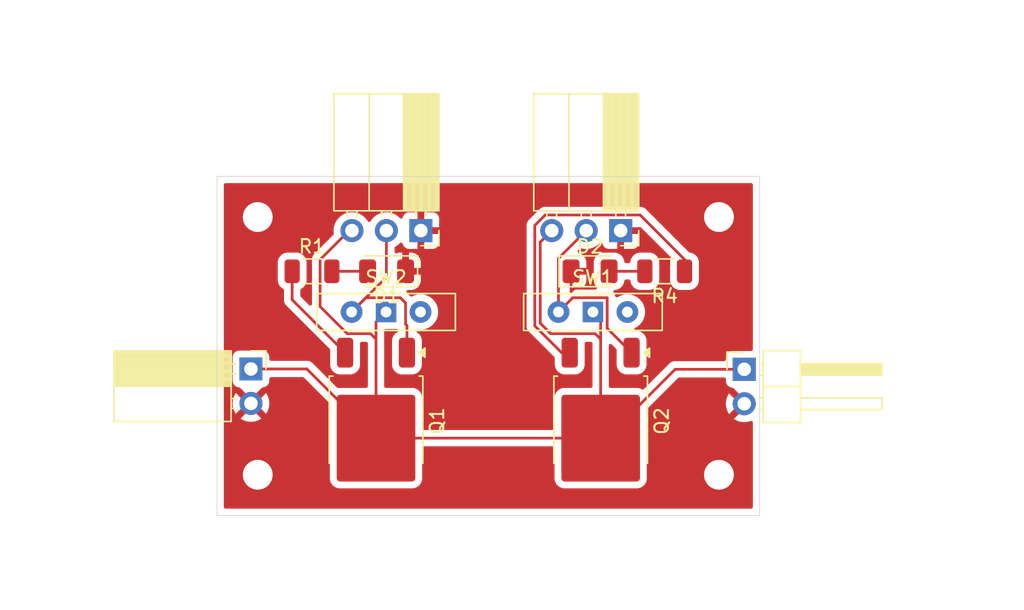
<source format=kicad_pcb>
(kicad_pcb (version 20241229) (generator "pcbnew") (generator_version "9.0")
  (layers (0 "F.Cu" signal) (2 "B.Cu" signal) (13 "F.Paste" user) (15 "B.Paste" user) (5 "F.SilkS" user "F.Silkscreen") (7 "B.SilkS" user "B.Silkscreen") (1 "F.Mask" user) (3 "B.Mask" user) (25 "Edge.Cuts" user))
  (net 0 "")
  (net 1 "GND")
  (net 2 "Net-(D1-A)")
  (net 3 "Net-(D2-A)")
  (net 4 "Net-(J1-Pin_2)")
  (net 5 "+5V")
  (net 6 "Net-(J3-Pin_2)")
  (net 7 "Net-(Q1-S)")
  (net 8 "Net-(Q2-S)")
  (footprint "Button_Switch_THT:SW_Slide-03_Wuerth-WS-SLTV_10x2.5x6.4_P2.54mm" (layer "F.Cu") (at 12.46 10)
    (property "Reference" "SW2" (at 0 -2.54 0) (layer "F.SilkS"))
    (property "Value" "SW_SPST")
    (fp_rect (start -5.11 -1.36) (end 5.11 1.36) (stroke (width 0.12)) (fill no) (layer "F.SilkS"))
    (pad "1" thru_hole rect (at 0 0) (size 1.5 1.5) (drill 0.8) (layers "*.Cu" "*.Mask") (net 5 "+5V"))
    (pad "2" thru_hole circle (at -2.54 0) (size 1.6 1.6) (drill 0.8) (layers "*.Cu" "*.Mask") (net 4 "Net-(J1-Pin_2)"))
    (pad "3" thru_hole circle (at 2.54 0) (size 1.6 1.6) (drill 0.8) (layers "*.Cu" "*.Mask"))
  )
  (footprint "Resistor_SMD:R_1206_3216Metric" (layer "F.Cu") (at 7 7)
    (property "Reference" "R1" (at 0 -1.83 0) (layer "F.SilkS"))
    (property "Value" "R")
    (fp_line (start -0.727064 -0.91) (end 0.727064 -0.91) (stroke (width 0.12)) (layer "F.SilkS"))
    (fp_line (start -0.727064 0.91) (end 0.727064 0.91) (stroke (width 0.12)) (layer "F.SilkS"))
    (pad "1" smd roundrect (at -1.4625 0) (size 1.125 1.75) (layers "F.Cu" "F.Mask" "F.Paste") (roundrect_rratio 0.222222) (net 7 "Net-(Q1-S)"))
    (pad "2" smd roundrect (at 1.4625 0) (size 1.125 1.75) (layers "F.Cu" "F.Mask" "F.Paste") (roundrect_rratio 0.222222) (net 2 "Net-(D1-A)"))
  )
  (footprint "Connector_PinHeader_2.54mm:PinHeader_1x02_P2.54mm_Horizontal" (layer "F.Cu") (at 38.865 14.225)
    (property "Reference" "J4" (hide yes))
    (property "Value" "Conn_01x02")
    (fp_line (start -1.27 -1.27) (end 0 -1.27) (stroke (width 0.12)) (layer "F.SilkS"))
    (fp_line (start -1.27 0) (end -1.27 -1.27) (stroke (width 0.12)) (layer "F.SilkS"))
    (fp_line (start 1.077358 2.11) (end 1.39 2.11) (stroke (width 0.12)) (layer "F.SilkS"))
    (fp_line (start 1.077358 2.97) (end 1.39 2.97) (stroke (width 0.12)) (layer "F.SilkS"))
    (fp_line (start 1.16 -0.43) (end 1.39 -0.43) (stroke (width 0.12)) (layer "F.SilkS"))
    (fp_line (start 1.16 0.43) (end 1.39 0.43) (stroke (width 0.12)) (layer "F.SilkS"))
    (fp_line (start 1.39 -1.38) (end 1.39 3.92) (stroke (width 0.12)) (layer "F.SilkS"))
    (fp_line (start 1.39 1.27) (end 4.15 1.27) (stroke (width 0.12)) (layer "F.SilkS"))
    (fp_line (start 1.39 3.92) (end 4.15 3.92) (stroke (width 0.12)) (layer "F.SilkS"))
    (fp_line (start 4.15 -1.38) (end 1.39 -1.38) (stroke (width 0.12)) (layer "F.SilkS"))
    (fp_line (start 4.15 2.11) (end 10.15 2.11) (stroke (width 0.12)) (layer "F.SilkS"))
    (fp_line (start 4.15 3.92) (end 4.15 -1.38) (stroke (width 0.12)) (layer "F.SilkS"))
    (fp_line (start 10.15 2.11) (end 10.15 2.97) (stroke (width 0.12)) (layer "F.SilkS"))
    (fp_line (start 10.15 2.97) (end 4.15 2.97) (stroke (width 0.12)) (layer "F.SilkS"))
    (fp_rect (start 4.15 -0.43) (end 10.15 0.43) (stroke (width 0.12)) (fill yes) (layer "F.SilkS"))
    (pad "1" thru_hole rect (at 0 0) (size 1.7 1.7) (drill 1) (layers "*.Cu" "*.Mask") (net 5 "+5V"))
    (pad "2" thru_hole circle (at 0 2.54) (size 1.7 1.7) (drill 1) (layers "*.Cu" "*.Mask") (net 1 "GND"))
  )
  (footprint "LED_SMD:LED_1206_3216Metric" (layer "F.Cu") (at 12.5 7 180)
    (property "Reference" "D1" (at 0 -1.83 0) (layer "F.SilkS"))
    (property "Value" "LED")
    (fp_line (start 1.6 -1.135) (end -2.285 -1.135) (stroke (width 0.12)) (layer "F.SilkS"))
    (fp_line (start -2.285 1.135) (end 1.6 1.135) (stroke (width 0.12)) (layer "F.SilkS"))
    (fp_line (start -2.285 -1.135) (end -2.285 1.135) (stroke (width 0.12)) (layer "F.SilkS"))
    (pad "1" smd roundrect (at -1.4 0 180) (size 1.25 1.75) (layers "F.Cu" "F.Mask" "F.Paste") (roundrect_rratio 0.2) (net 1 "GND"))
    (pad "2" smd roundrect (at 1.4 0 180) (size 1.25 1.75) (layers "F.Cu" "F.Mask" "F.Paste") (roundrect_rratio 0.2) (net 2 "Net-(D1-A)"))
  )
  (footprint "Connector_PinSocket_2.54mm:PinSocket_1x03_P2.54mm_Horizontal" (layer "F.Cu") (at 29.755 4 -90)
    (property "Reference" "J3" (hide yes))
    (property "Value" "Conn_01x03")
    (fp_line (start -10.09 6.41) (end -1.46 6.41) (stroke (width 0.12)) (layer "F.SilkS"))
    (fp_line (start -1.46 5.44) (end -1.05 5.44) (stroke (width 0.12)) (layer "F.SilkS"))
    (fp_line (start -1.46 4.72) (end -1.05 4.72) (stroke (width 0.12)) (layer "F.SilkS"))
    (fp_line (start -10.09 3.81) (end -1.46 3.81) (stroke (width 0.12)) (layer "F.SilkS"))
    (fp_line (start -1.46 2.9) (end -1.05 2.9) (stroke (width 0.12)) (layer "F.SilkS"))
    (fp_line (start -1.46 2.18) (end -1.05 2.18) (stroke (width 0.12)) (layer "F.SilkS"))
    (fp_line (start -10.09 1.27) (end -1.46 1.27) (stroke (width 0.12)) (layer "F.SilkS"))
    (fp_line (start -10.09 1.1519) (end -1.46 1.1519) (stroke (width 0.12)) (layer "F.SilkS"))
    (fp_line (start -10.09 1.033805) (end -1.46 1.033805) (stroke (width 0.12)) (layer "F.SilkS"))
    (fp_line (start -10.09 0.91571) (end -1.46 0.91571) (stroke (width 0.12)) (layer "F.SilkS"))
    (fp_line (start -10.09 0.797615) (end -1.46 0.797615) (stroke (width 0.12)) (layer "F.SilkS"))
    (fp_line (start -10.09 0.67952) (end -1.46 0.67952) (stroke (width 0.12)) (layer "F.SilkS"))
    (fp_line (start -10.09 0.561425) (end -1.46 0.561425) (stroke (width 0.12)) (layer "F.SilkS"))
    (fp_line (start -10.09 0.44333) (end -1.46 0.44333) (stroke (width 0.12)) (layer "F.SilkS"))
    (fp_line (start -1.46 0.36) (end -1.11 0.36) (stroke (width 0.12)) (layer "F.SilkS"))
    (fp_line (start -10.09 0.325235) (end -1.46 0.325235) (stroke (width 0.12)) (layer "F.SilkS"))
    (fp_line (start -10.09 0.20714) (end -1.46 0.20714) (stroke (width 0.12)) (layer "F.SilkS"))
    (fp_line (start -10.09 0.089045) (end -1.46 0.089045) (stroke (width 0.12)) (layer "F.SilkS"))
    (fp_line (start -10.09 -0.02905) (end -1.46 -0.02905) (stroke (width 0.12)) (layer "F.SilkS"))
    (fp_line (start -10.09 -0.147145) (end -1.46 -0.147145) (stroke (width 0.12)) (layer "F.SilkS"))
    (fp_line (start -10.09 -0.26524) (end -1.46 -0.26524) (stroke (width 0.12)) (layer "F.SilkS"))
    (fp_line (start -1.46 -0.36) (end -1.11 -0.36) (stroke (width 0.12)) (layer "F.SilkS"))
    (fp_line (start -10.09 -0.383335) (end -1.46 -0.383335) (stroke (width 0.12)) (layer "F.SilkS"))
    (fp_line (start -10.09 -0.50143) (end -1.46 -0.50143) (stroke (width 0.12)) (layer "F.SilkS"))
    (fp_line (start -10.09 -0.619525) (end -1.46 -0.619525) (stroke (width 0.12)) (layer "F.SilkS"))
    (fp_line (start -10.09 -0.73762) (end -1.46 -0.73762) (stroke (width 0.12)) (layer "F.SilkS"))
    (fp_line (start -10.09 -0.855715) (end -1.46 -0.855715) (stroke (width 0.12)) (layer "F.SilkS"))
    (fp_line (start -10.09 -0.97381) (end -1.46 -0.97381) (stroke (width 0.12)) (layer "F.SilkS"))
    (fp_line (start -10.09 -1.091905) (end -1.46 -1.091905) (stroke (width 0.12)) (layer "F.SilkS"))
    (fp_line (start -10.09 -1.21) (end -1.46 -1.21) (stroke (width 0.12)) (layer "F.SilkS"))
    (fp_line (start -10.09 -1.33) (end -10.09 6.41) (stroke (width 0.12)) (layer "F.SilkS"))
    (fp_line (start -10.09 -1.33) (end -1.46 -1.33) (stroke (width 0.12)) (layer "F.SilkS"))
    (fp_line (start -1.46 -1.33) (end -1.46 6.41) (stroke (width 0.12)) (layer "F.SilkS"))
    (fp_line (start 0 -1.33) (end 1.11 -1.33) (stroke (width 0.12)) (layer "F.SilkS"))
    (fp_line (start 1.11 -1.33) (end 1.11 0) (stroke (width 0.12)) (layer "F.SilkS"))
    (pad "1" thru_hole rect (at 0 0 270) (size 1.7 1.7) (drill 1) (layers "*.Cu" "*.Mask") (net 1 "GND"))
    (pad "2" thru_hole circle (at 0 2.54 270) (size 1.7 1.7) (drill 1) (layers "*.Cu" "*.Mask") (net 6 "Net-(J3-Pin_2)"))
    (pad "3" thru_hole circle (at 0 5.08 270) (size 1.7 1.7) (drill 1) (layers "*.Cu" "*.Mask") (net 5 "+5V"))
  )
  (footprint "Package_TO_SOT_SMD:TO-252-2" (layer "F.Cu") (at 28.28 18.04 -90)
    (property "Reference" "Q2" (at 0 -4.5 90) (layer "F.SilkS"))
    (property "Value" "QM6006D")
    (fp_line (start -3.31 3.45) (end -3.31 3.18) (stroke (width 0.12)) (layer "F.SilkS"))
    (fp_line (start 3.11 3.45) (end -3.31 3.45) (stroke (width 0.12)) (layer "F.SilkS"))
    (fp_line (start -3.31 -3.45) (end -3.31 -3.18) (stroke (width 0.12)) (layer "F.SilkS"))
    (fp_line (start 3.11 -3.45) (end -3.31 -3.45) (stroke (width 0.12)) (layer "F.SilkS"))
    (fp_poly (pts (xy -5.04 -3.14) (xy -5.38 -3.61) (xy -4.7 -3.61)) (stroke (width 0.12)) (fill yes) (layer "F.SilkS"))
    (pad "1" smd roundrect (at -5.04 -2.28 270) (size 2.2 1.2) (layers "F.Cu" "F.Mask" "F.Paste") (roundrect_rratio 0.208333) (net 6 "Net-(J3-Pin_2)"))
    (pad "2" smd roundrect (at 1.26 0 270) (size 6.4 5.8) (layers "F.Cu" "F.Mask") (roundrect_rratio 0.043103) (net 5 "+5V"))
    (pad "3" smd roundrect (at -5.04 2.28 270) (size 2.2 1.2) (layers "F.Cu" "F.Mask" "F.Paste") (roundrect_rratio 0.208333) (net 8 "Net-(Q2-S)"))
  )
  (footprint "MountingHole:MountingHole_2.2mm_M2" (layer "F.Cu") (at 3 3)
    (property "Reference" "REF**" (hide yes))
    (property "Value" "MountingHole_2.2mm_M2")
    (pad "" np_thru_hole circle (at 0 0) (size 2.2 2.2) (drill 2.2) (layers "*.Cu" "*.Mask"))
  )
  (footprint "Package_TO_SOT_SMD:TO-252-2" (layer "F.Cu") (at 11.72 18.04 -90)
    (property "Reference" "Q1" (at 0 -4.5 90) (layer "F.SilkS"))
    (property "Value" "QM6006D")
    (fp_line (start -3.31 3.45) (end -3.31 3.18) (stroke (width 0.12)) (layer "F.SilkS"))
    (fp_line (start 3.11 3.45) (end -3.31 3.45) (stroke (width 0.12)) (layer "F.SilkS"))
    (fp_line (start -3.31 -3.45) (end -3.31 -3.18) (stroke (width 0.12)) (layer "F.SilkS"))
    (fp_line (start 3.11 -3.45) (end -3.31 -3.45) (stroke (width 0.12)) (layer "F.SilkS"))
    (fp_poly (pts (xy -5.04 -3.14) (xy -5.38 -3.61) (xy -4.7 -3.61)) (stroke (width 0.12)) (fill yes) (layer "F.SilkS"))
    (pad "1" smd roundrect (at -5.04 -2.28 270) (size 2.2 1.2) (layers "F.Cu" "F.Mask" "F.Paste") (roundrect_rratio 0.208333) (net 4 "Net-(J1-Pin_2)"))
    (pad "2" smd roundrect (at 1.26 0 270) (size 6.4 5.8) (layers "F.Cu" "F.Mask") (roundrect_rratio 0.043103) (net 5 "+5V"))
    (pad "3" smd roundrect (at -5.04 2.28 270) (size 2.2 1.2) (layers "F.Cu" "F.Mask" "F.Paste") (roundrect_rratio 0.208333) (net 7 "Net-(Q1-S)"))
  )
  (footprint "MountingHole:MountingHole_2.2mm_M2" (layer "F.Cu") (at 37 22)
    (property "Reference" "REF**" (hide yes))
    (property "Value" "MountingHole_2.2mm_M2")
    (pad "" np_thru_hole circle (at 0 0) (size 2.2 2.2) (drill 2.2) (layers "*.Cu" "*.Mask"))
  )
  (footprint "LED_SMD:LED_1206_3216Metric" (layer "F.Cu") (at 27.5 7)
    (property "Reference" "D2" (at 0 -1.83 0) (layer "F.SilkS"))
    (property "Value" "LED")
    (fp_line (start -2.285 -1.135) (end -2.285 1.135) (stroke (width 0.12)) (layer "F.SilkS"))
    (fp_line (start -2.285 1.135) (end 1.6 1.135) (stroke (width 0.12)) (layer "F.SilkS"))
    (fp_line (start 1.6 -1.135) (end -2.285 -1.135) (stroke (width 0.12)) (layer "F.SilkS"))
    (pad "1" smd roundrect (at -1.4 0) (size 1.25 1.75) (layers "F.Cu" "F.Mask" "F.Paste") (roundrect_rratio 0.2) (net 1 "GND"))
    (pad "2" smd roundrect (at 1.4 0) (size 1.25 1.75) (layers "F.Cu" "F.Mask" "F.Paste") (roundrect_rratio 0.2) (net 3 "Net-(D2-A)"))
  )
  (footprint "Connector_PinSocket_2.54mm:PinSocket_1x02_P2.54mm_Horizontal" (layer "F.Cu") (at 2.5 14.2)
    (property "Reference" "J2" (hide yes))
    (property "Value" "Conn_01x02")
    (fp_line (start -10.09 -1.33) (end -10.09 3.87) (stroke (width 0.12)) (layer "F.SilkS"))
    (fp_line (start -10.09 -1.33) (end -1.46 -1.33) (stroke (width 0.12)) (layer "F.SilkS"))
    (fp_line (start -10.09 -1.21) (end -1.46 -1.21) (stroke (width 0.12)) (layer "F.SilkS"))
    (fp_line (start -10.09 -1.091905) (end -1.46 -1.091905) (stroke (width 0.12)) (layer "F.SilkS"))
    (fp_line (start -10.09 -0.97381) (end -1.46 -0.97381) (stroke (width 0.12)) (layer "F.SilkS"))
    (fp_line (start -10.09 -0.855715) (end -1.46 -0.855715) (stroke (width 0.12)) (layer "F.SilkS"))
    (fp_line (start -10.09 -0.73762) (end -1.46 -0.73762) (stroke (width 0.12)) (layer "F.SilkS"))
    (fp_line (start -10.09 -0.619525) (end -1.46 -0.619525) (stroke (width 0.12)) (layer "F.SilkS"))
    (fp_line (start -10.09 -0.50143) (end -1.46 -0.50143) (stroke (width 0.12)) (layer "F.SilkS"))
    (fp_line (start -10.09 -0.383335) (end -1.46 -0.383335) (stroke (width 0.12)) (layer "F.SilkS"))
    (fp_line (start -10.09 -0.26524) (end -1.46 -0.26524) (stroke (width 0.12)) (layer "F.SilkS"))
    (fp_line (start -10.09 -0.147145) (end -1.46 -0.147145) (stroke (width 0.12)) (layer "F.SilkS"))
    (fp_line (start -10.09 -0.02905) (end -1.46 -0.02905) (stroke (width 0.12)) (layer "F.SilkS"))
    (fp_line (start -10.09 0.089045) (end -1.46 0.089045) (stroke (width 0.12)) (layer "F.SilkS"))
    (fp_line (start -10.09 0.20714) (end -1.46 0.20714) (stroke (width 0.12)) (layer "F.SilkS"))
    (fp_line (start -10.09 0.325235) (end -1.46 0.325235) (stroke (width 0.12)) (layer "F.SilkS"))
    (fp_line (start -10.09 0.44333) (end -1.46 0.44333) (stroke (width 0.12)) (layer "F.SilkS"))
    (fp_line (start -10.09 0.561425) (end -1.46 0.561425) (stroke (width 0.12)) (layer "F.SilkS"))
    (fp_line (start -10.09 0.67952) (end -1.46 0.67952) (stroke (width 0.12)) (layer "F.SilkS"))
    (fp_line (start -10.09 0.797615) (end -1.46 0.797615) (stroke (width 0.12)) (layer "F.SilkS"))
    (fp_line (start -10.09 0.91571) (end -1.46 0.91571) (stroke (width 0.12)) (layer "F.SilkS"))
    (fp_line (start -10.09 1.033805) (end -1.46 1.033805) (stroke (width 0.12)) (layer "F.SilkS"))
    (fp_line (start -10.09 1.1519) (end -1.46 1.1519) (stroke (width 0.12)) (layer "F.SilkS"))
    (fp_line (start -10.09 1.27) (end -1.46 1.27) (stroke (width 0.12)) (layer "F.SilkS"))
    (fp_line (start -10.09 3.87) (end -1.46 3.87) (stroke (width 0.12)) (layer "F.SilkS"))
    (fp_line (start -1.46 -1.33) (end -1.46 3.87) (stroke (width 0.12)) (layer "F.SilkS"))
    (fp_line (start -1.46 -0.36) (end -1.11 -0.36) (stroke (width 0.12)) (layer "F.SilkS"))
    (fp_line (start -1.46 0.36) (end -1.11 0.36) (stroke (width 0.12)) (layer "F.SilkS"))
    (fp_line (start -1.46 2.18) (end -1.05 2.18) (stroke (width 0.12)) (layer "F.SilkS"))
    (fp_line (start -1.46 2.9) (end -1.05 2.9) (stroke (width 0.12)) (layer "F.SilkS"))
    (fp_line (start 0 -1.33) (end 1.11 -1.33) (stroke (width 0.12)) (layer "F.SilkS"))
    (fp_line (start 1.11 -1.33) (end 1.11 0) (stroke (width 0.12)) (layer "F.SilkS"))
    (pad "1" thru_hole rect (at 0 0) (size 1.7 1.7) (drill 1) (layers "*.Cu" "*.Mask") (net 5 "+5V"))
    (pad "2" thru_hole circle (at 0 2.54) (size 1.7 1.7) (drill 1) (layers "*.Cu" "*.Mask") (net 1 "GND"))
  )
  (footprint "Resistor_SMD:R_1206_3216Metric" (layer "F.Cu") (at 33 7 180)
    (property "Reference" "R4" (at 0 -1.83 0) (layer "F.SilkS"))
    (property "Value" "R")
    (fp_line (start -0.727064 0.91) (end 0.727064 0.91) (stroke (width 0.12)) (layer "F.SilkS"))
    (fp_line (start -0.727064 -0.91) (end 0.727064 -0.91) (stroke (width 0.12)) (layer "F.SilkS"))
    (pad "1" smd roundrect (at -1.4625 0 180) (size 1.125 1.75) (layers "F.Cu" "F.Mask" "F.Paste") (roundrect_rratio 0.222222) (net 8 "Net-(Q2-S)"))
    (pad "2" smd roundrect (at 1.4625 0 180) (size 1.125 1.75) (layers "F.Cu" "F.Mask" "F.Paste") (roundrect_rratio 0.222222) (net 3 "Net-(D2-A)"))
  )
  (footprint "MountingHole:MountingHole_2.2mm_M2" (layer "F.Cu") (at 3 22)
    (property "Reference" "REF**" (hide yes))
    (property "Value" "MountingHole_2.2mm_M2")
    (pad "" np_thru_hole circle (at 0 0) (size 2.2 2.2) (drill 2.2) (layers "*.Cu" "*.Mask"))
  )
  (footprint "Button_Switch_THT:SW_Slide-03_Wuerth-WS-SLTV_10x2.5x6.4_P2.54mm" (layer "F.Cu") (at 27.71 10)
    (property "Reference" "SW1" (at 0 -2.54 0) (layer "F.SilkS"))
    (property "Value" "SW_SPST")
    (fp_rect (start -5.11 -1.36) (end 5.11 1.36) (stroke (width 0.12)) (fill no) (layer "F.SilkS"))
    (pad "1" thru_hole rect (at 0 0) (size 1.5 1.5) (drill 0.8) (layers "*.Cu" "*.Mask") (net 5 "+5V"))
    (pad "2" thru_hole circle (at -2.54 0) (size 1.6 1.6) (drill 0.8) (layers "*.Cu" "*.Mask") (net 6 "Net-(J3-Pin_2)"))
    (pad "3" thru_hole circle (at 2.54 0) (size 1.6 1.6) (drill 0.8) (layers "*.Cu" "*.Mask"))
  )
  (footprint "MountingHole:MountingHole_2.2mm_M2" (layer "F.Cu") (at 37 3)
    (property "Reference" "REF**" (hide yes))
    (property "Value" "MountingHole_2.2mm_M2")
    (pad "" np_thru_hole circle (at 0 0) (size 2.2 2.2) (drill 2.2) (layers "*.Cu" "*.Mask"))
  )
  (footprint "Connector_PinSocket_2.54mm:PinSocket_1x03_P2.54mm_Horizontal" (layer "F.Cu") (at 15.025 4 -90)
    (property "Reference" "J1" (hide yes))
    (property "Value" "Conn_01x03")
    (fp_line (start -10.09 6.41) (end -1.46 6.41) (stroke (width 0.12)) (layer "F.SilkS"))
    (fp_line (start -1.46 5.44) (end -1.05 5.44) (stroke (width 0.12)) (layer "F.SilkS"))
    (fp_line (start -1.46 4.72) (end -1.05 4.72) (stroke (width 0.12)) (layer "F.SilkS"))
    (fp_line (start -10.09 3.81) (end -1.46 3.81) (stroke (width 0.12)) (layer "F.SilkS"))
    (fp_line (start -1.46 2.9) (end -1.05 2.9) (stroke (width 0.12)) (layer "F.SilkS"))
    (fp_line (start -1.46 2.18) (end -1.05 2.18) (stroke (width 0.12)) (layer "F.SilkS"))
    (fp_line (start -10.09 1.27) (end -1.46 1.27) (stroke (width 0.12)) (layer "F.SilkS"))
    (fp_line (start -10.09 1.1519) (end -1.46 1.1519) (stroke (width 0.12)) (layer "F.SilkS"))
    (fp_line (start -10.09 1.033805) (end -1.46 1.033805) (stroke (width 0.12)) (layer "F.SilkS"))
    (fp_line (start -10.09 0.91571) (end -1.46 0.91571) (stroke (width 0.12)) (layer "F.SilkS"))
    (fp_line (start -10.09 0.797615) (end -1.46 0.797615) (stroke (width 0.12)) (layer "F.SilkS"))
    (fp_line (start -10.09 0.67952) (end -1.46 0.67952) (stroke (width 0.12)) (layer "F.SilkS"))
    (fp_line (start -10.09 0.561425) (end -1.46 0.561425) (stroke (width 0.12)) (layer "F.SilkS"))
    (fp_line (start -10.09 0.44333) (end -1.46 0.44333) (stroke (width 0.12)) (layer "F.SilkS"))
    (fp_line (start -1.46 0.36) (end -1.11 0.36) (stroke (width 0.12)) (layer "F.SilkS"))
    (fp_line (start -10.09 0.325235) (end -1.46 0.325235) (stroke (width 0.12)) (layer "F.SilkS"))
    (fp_line (start -10.09 0.20714) (end -1.46 0.20714) (stroke (width 0.12)) (layer "F.SilkS"))
    (fp_line (start -10.09 0.089045) (end -1.46 0.089045) (stroke (width 0.12)) (layer "F.SilkS"))
    (fp_line (start -10.09 -0.02905) (end -1.46 -0.02905) (stroke (width 0.12)) (layer "F.SilkS"))
    (fp_line (start -10.09 -0.147145) (end -1.46 -0.147145) (stroke (width 0.12)) (layer "F.SilkS"))
    (fp_line (start -10.09 -0.26524) (end -1.46 -0.26524) (stroke (width 0.12)) (layer "F.SilkS"))
    (fp_line (start -1.46 -0.36) (end -1.11 -0.36) (stroke (width 0.12)) (layer "F.SilkS"))
    (fp_line (start -10.09 -0.383335) (end -1.46 -0.383335) (stroke (width 0.12)) (layer "F.SilkS"))
    (fp_line (start -10.09 -0.50143) (end -1.46 -0.50143) (stroke (width 0.12)) (layer "F.SilkS"))
    (fp_line (start -10.09 -0.619525) (end -1.46 -0.619525) (stroke (width 0.12)) (layer "F.SilkS"))
    (fp_line (start -10.09 -0.73762) (end -1.46 -0.73762) (stroke (width 0.12)) (layer "F.SilkS"))
    (fp_line (start -10.09 -0.855715) (end -1.46 -0.855715) (stroke (width 0.12)) (layer "F.SilkS"))
    (fp_line (start -10.09 -0.97381) (end -1.46 -0.97381) (stroke (width 0.12)) (layer "F.SilkS"))
    (fp_line (start -10.09 -1.091905) (end -1.46 -1.091905) (stroke (width 0.12)) (layer "F.SilkS"))
    (fp_line (start -10.09 -1.21) (end -1.46 -1.21) (stroke (width 0.12)) (layer "F.SilkS"))
    (fp_line (start -10.09 -1.33) (end -10.09 6.41) (stroke (width 0.12)) (layer "F.SilkS"))
    (fp_line (start -10.09 -1.33) (end -1.46 -1.33) (stroke (width 0.12)) (layer "F.SilkS"))
    (fp_line (start -1.46 -1.33) (end -1.46 6.41) (stroke (width 0.12)) (layer "F.SilkS"))
    (fp_line (start 0 -1.33) (end 1.11 -1.33) (stroke (width 0.12)) (layer "F.SilkS"))
    (fp_line (start 1.11 -1.33) (end 1.11 0) (stroke (width 0.12)) (layer "F.SilkS"))
    (pad "1" thru_hole rect (at 0 0 270) (size 1.7 1.7) (drill 1) (layers "*.Cu" "*.Mask") (net 1 "GND"))
    (pad "2" thru_hole circle (at 0 2.54 270) (size 1.7 1.7) (drill 1) (layers "*.Cu" "*.Mask") (net 4 "Net-(J1-Pin_2)"))
    (pad "3" thru_hole circle (at 0 5.08 270) (size 1.7 1.7) (drill 1) (layers "*.Cu" "*.Mask") (net 5 "+5V"))
  )
  (gr_rect (start 0 0) (end 40 25) (stroke (width 0.05)) (fill no) (layer "Edge.Cuts"))
  (segment (start 26.1 7) (end 26.1 8.5029) (width 0.2) (layer "F.Cu") (net 1))
  (segment (start 26.3529 8.25) (end 27.5 8.25) (width 0.2) (layer "F.Cu") (net 1))
  (segment (start 26.1 8.5029) (end 26.3529 8.25) (width 0.2) (layer "F.Cu") (net 1))
  (segment (start 8.4625 7) (end 11.1 7) (width 0.2) (layer "F.Cu") (net 2))
  (segment (start 28.9 7) (end 31.5375 7) (width 0.2) (layer "F.Cu") (net 3))
  (segment (start 9.92 10) (end 10.971 8.949) (width 0.2) (layer "F.Cu") (net 4))
  (segment (start 10.971 8.949) (end 13.511 8.949) (width 0.2) (layer "F.Cu") (net 4))
  (segment (start 9.92 10) (end 12.485 7.435) (width 0.2) (layer "F.Cu") (net 4))
  (segment (start 13.511 8.949) (end 13.899 9.337) (width 0.2) (layer "F.Cu") (net 4))
  (segment (start 12.485 7.435) (end 12.485 4) (width 0.2) (layer "F.Cu") (net 4))
  (segment (start 13.899 10.899) (end 14 11) (width 0.2) (layer "F.Cu") (net 4))
  (segment (start 14 11) (end 14 13) (width 0.2) (layer "F.Cu") (net 4))
  (segment (start 13.899 9.337) (end 13.899 10.899) (width 0.2) (layer "F.Cu") (net 4))
  (segment (start 33.775 14.225) (end 38.865 14.225) (width 0.2) (layer "F.Cu") (net 5))
  (segment (start 9.599 11.599) (end 11.319 11.599) (width 0.2) (layer "F.Cu") (net 5))
  (segment (start 7.599 6.13984) (end 7.599 9.599) (width 0.2) (layer "F.Cu") (net 5))
  (segment (start 28.28 19.3) (end 28.28 12) (width 0.2) (layer "F.Cu") (net 5))
  (segment (start 28.28 19.3) (end 28.7 19.3) (width 0.2) (layer "F.Cu") (net 5))
  (segment (start 11.72 19.3) (end 28.28 19.3) (width 0.2) (layer "F.Cu") (net 5))
  (segment (start 28.28 12) (end 28.28 10.57) (width 0.2) (layer "F.Cu") (net 5))
  (segment (start 11.72 19.3) (end 6.62 14.2) (width 0.2) (layer "F.Cu") (net 5))
  (segment (start 11.72 10.74) (end 12.46 10) (width 0.2) (layer "F.Cu") (net 5))
  (segment (start 7.599 9.599) (end 9.599 11.599) (width 0.2) (layer "F.Cu") (net 5))
  (segment (start 24.599 11.599) (end 27.879 11.599) (width 0.2) (layer "F.Cu") (net 5))
  (segment (start 6.62 14.2) (end 2.5 14.2) (width 0.2) (layer "F.Cu") (net 5))
  (segment (start 9.73884 4) (end 7.599 6.13984) (width 0.2) (layer "F.Cu") (net 5))
  (segment (start 11.72 19.3) (end 11.72 12) (width 0.2) (layer "F.Cu") (net 5))
  (segment (start 11.72 12) (end 11.72 10.74) (width 0.2) (layer "F.Cu") (net 5))
  (segment (start 28.28 10.57) (end 27.71 10) (width 0.2) (layer "F.Cu") (net 5))
  (segment (start 24.675 4) (end 23.825 4.85) (width 0.2) (layer "F.Cu") (net 5))
  (segment (start 23.825 10.825) (end 24.599 11.599) (width 0.2) (layer "F.Cu") (net 5))
  (segment (start 9.945 4) (end 9.73884 4) (width 0.2) (layer "F.Cu") (net 5))
  (segment (start 28.7 19.3) (end 33.775 14.225) (width 0.2) (layer "F.Cu") (net 5))
  (segment (start 27.879 11.599) (end 28.28 12) (width 0.2) (layer "F.Cu") (net 5))
  (segment (start 23.825 4.85) (end 23.825 10.825) (width 0.2) (layer "F.Cu") (net 5))
  (segment (start 11.319 11.599) (end 11.72 12) (width 0.2) (layer "F.Cu") (net 5))
  (segment (start 26.221 8.949) (end 25.17 10) (width 0.2) (layer "F.Cu") (net 6))
  (segment (start 25.17 6.045) (end 27.215 4) (width 0.2) (layer "F.Cu") (net 6))
  (segment (start 30.56 13) (end 28.761 11.201) (width 0.2) (layer "F.Cu") (net 6))
  (segment (start 28.761 11.201) (end 28.761 8.949) (width 0.2) (layer "F.Cu") (net 6))
  (segment (start 28.761 8.949) (end 26.221 8.949) (width 0.2) (layer "F.Cu") (net 6))
  (segment (start 25.17 10) (end 25.17 6.045) (width 0.2) (layer "F.Cu") (net 6))
  (segment (start 5.5375 7) (end 5.5375 9.0975) (width 0.2) (layer "F.Cu") (net 7))
  (segment (start 5.5375 9.0975) (end 9.44 13) (width 0.2) (layer "F.Cu") (net 7))
  (segment (start 34.4625 6.125) (end 31.1865 2.849) (width 0.2) (layer "F.Cu") (net 8))
  (segment (start 25.4 13) (end 26 13) (width 0.2) (layer "F.Cu") (net 8))
  (segment (start 31.1865 2.849) (end 24.19824 2.849) (width 0.2) (layer "F.Cu") (net 8))
  (segment (start 23.424 3.62324) (end 23.424 11.024) (width 0.2) (layer "F.Cu") (net 8))
  (segment (start 23.424 11.024) (end 25.4 13) (width 0.2) (layer "F.Cu") (net 8))
  (segment (start 24.19824 2.849) (end 23.424 3.62324) (width 0.2) (layer "F.Cu") (net 8))
  (segment (start 34.4625 7) (end 34.4625 6.125) (width 0.2) (layer "F.Cu") (net 8))
  (zone (net 1) (net_name "GND") (layer "F.Cu") (connect_pads (clearance 0.5)) (min_thickness 0.25) (fill yes (thermal_gap 0.5) (thermal_bridge_width 0.5))
    (polygon (pts (xy 58 -11.5) (xy 59.5 32) (xy -16 28.5) (xy -15.5 -13)))
  )
)
</source>
